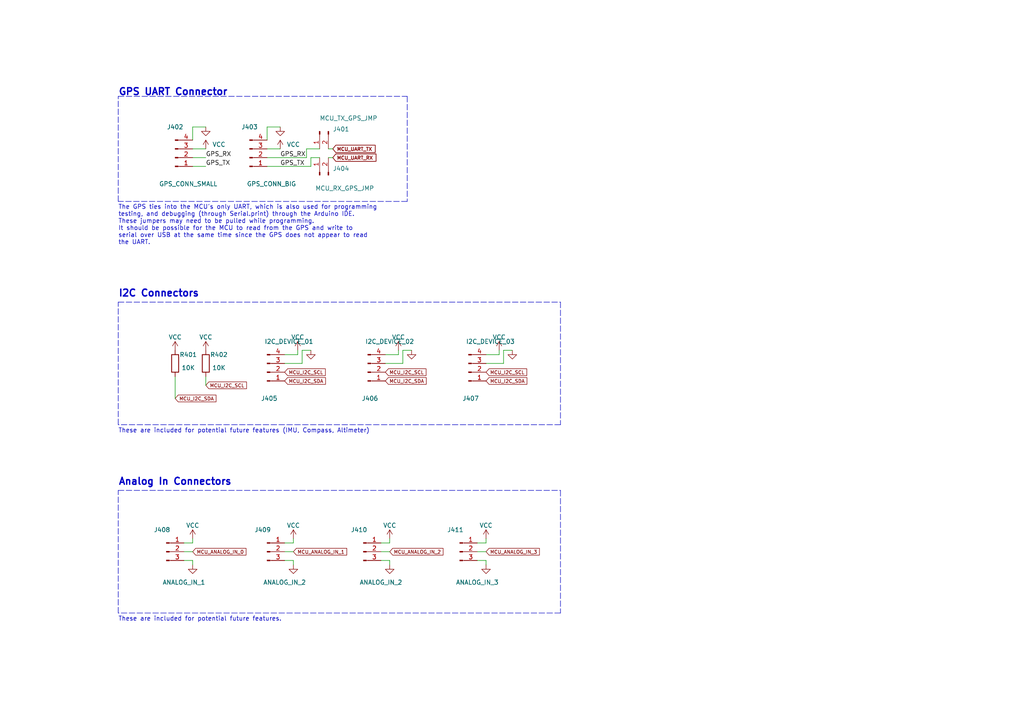
<source format=kicad_sch>
(kicad_sch (version 20211123) (generator eeschema)
  (paper "A4")
  (lib_symbols
    (symbol "Connector:Conn_01x02_Male" (pin_names (offset 1.016) hide)
      (property "Reference" "J" (at 0 2.54 0))
      (property "Value" "Conn_01x02_Male" (at 0 -5.08 0))
      (symbol "Conn_01x02_Male_1_1"
        (polyline (pts (xy 1.27 -2.54) (xy 0.8636 -2.54)) (stroke (width 0.1524)))
        (polyline (pts (xy 1.27 0) (xy 0.8636 0)) (stroke (width 0.1524)))
        (rectangle (start 0.8636 -2.413) (end 0 -2.667) (stroke (width 0.1524)) (fill (type outline)))
        (rectangle (start 0.8636 0.127) (end 0 -0.127) (stroke (width 0.1524)) (fill (type outline)))
        (pin passive line (at 5.08 0 180) (length 3.81) (name "Pin_1") (number "1"))
        (pin passive line (at 5.08 -2.54 180) (length 3.81) (name "Pin_2") (number "2"))
      )
    )
    (symbol "Connector:Conn_01x03_Male" (pin_names (offset 1.016) hide)
      (property "Reference" "J" (at 0 5.08 0))
      (property "Value" "Conn_01x03_Male" (at 0 -5.08 0))
      (symbol "Conn_01x03_Male_1_1"
        (polyline (pts (xy 1.27 -2.54) (xy 0.8636 -2.54)) (stroke (width 0.1524)))
        (polyline (pts (xy 1.27 0) (xy 0.8636 0)) (stroke (width 0.1524)))
        (polyline (pts (xy 1.27 2.54) (xy 0.8636 2.54)) (stroke (width 0.1524)))
        (rectangle (start 0.8636 -2.413) (end 0 -2.667) (stroke (width 0.1524)) (fill (type outline)))
        (rectangle (start 0.8636 0.127) (end 0 -0.127) (stroke (width 0.1524)) (fill (type outline)))
        (rectangle (start 0.8636 2.667) (end 0 2.413) (stroke (width 0.1524)) (fill (type outline)))
        (pin passive line (at 5.08 2.54 180) (length 3.81) (name "Pin_1") (number "1"))
        (pin passive line (at 5.08 0 180) (length 3.81) (name "Pin_2") (number "2"))
        (pin passive line (at 5.08 -2.54 180) (length 3.81) (name "Pin_3") (number "3"))
      )
    )
    (symbol "Connector:Conn_01x04_Male" (pin_names (offset 1.016) hide)
      (property "Reference" "J" (at 0 5.08 0))
      (property "Value" "Conn_01x04_Male" (at 0 -7.62 0))
      (symbol "Conn_01x04_Male_1_1"
        (polyline (pts (xy 1.27 -5.08) (xy 0.8636 -5.08)) (stroke (width 0.1524)))
        (polyline (pts (xy 1.27 -2.54) (xy 0.8636 -2.54)) (stroke (width 0.1524)))
        (polyline (pts (xy 1.27 0) (xy 0.8636 0)) (stroke (width 0.1524)))
        (polyline (pts (xy 1.27 2.54) (xy 0.8636 2.54)) (stroke (width 0.1524)))
        (rectangle (start 0.8636 -4.953) (end 0 -5.207) (stroke (width 0.1524)) (fill (type outline)))
        (rectangle (start 0.8636 -2.413) (end 0 -2.667) (stroke (width 0.1524)) (fill (type outline)))
        (rectangle (start 0.8636 0.127) (end 0 -0.127) (stroke (width 0.1524)) (fill (type outline)))
        (rectangle (start 0.8636 2.667) (end 0 2.413) (stroke (width 0.1524)) (fill (type outline)))
        (pin passive line (at 5.08 2.54 180) (length 3.81) (name "Pin_1") (number "1"))
        (pin passive line (at 5.08 0 180) (length 3.81) (name "Pin_2") (number "2"))
        (pin passive line (at 5.08 -2.54 180) (length 3.81) (name "Pin_3") (number "3"))
        (pin passive line (at 5.08 -5.08 180) (length 3.81) (name "Pin_4") (number "4"))
      )
    )
    (symbol "Device:R" (pin_numbers hide) (pin_names (offset 0))
      (property "Reference" "R" (at 2.032 0 90))
      (property "Value" "R" (at 0 0 90))
      (symbol "R_0_1"
        (rectangle (start -1.016 -2.54) (end 1.016 2.54) (stroke (width 0.254)))
      )
      (symbol "R_1_1"
        (pin passive line (at 0 3.81 270) (length 1.27) (name "~") (number "1"))
        (pin passive line (at 0 -3.81 90) (length 1.27) (name "~") (number "2"))
      )
    )
    (symbol "power:GND" (power) (pin_names (offset 0))
      (property "Value" "GND" (at 0 -3.81 0))
      (symbol "GND_0_1"
        (polyline (pts (xy 0 0) (xy 0 -1.27) (xy 1.27 -1.27) (xy 0 -2.54) (xy -1.27 -1.27) (xy 0 -1.27)))
      )
      (symbol "GND_1_1"
        (pin power_in line (at 0 0 270) (length 0) hide (name "GND") (number "1"))
      )
    )
    (symbol "power:VCC" (power) (pin_names (offset 0))
      (property "Value" "VCC" (at 0 3.81 0))
      (symbol "VCC_0_1"
        (polyline (pts (xy -0.762 1.27) (xy 0 2.54)))
        (polyline (pts (xy 0 0) (xy 0 2.54)))
        (polyline (pts (xy 0 2.54) (xy 0.762 1.27)))
      )
      (symbol "VCC_1_1"
        (pin power_in line (at 0 0 90) (length 0) hide (name "VCC") (number "1"))
      )
    )
  )
  (wire (pts (xy 87.63 101.6) (xy 87.63 105.41)))
  (wire (pts (xy 59.69 111.76) (xy 59.69 109.22)))
  (wire (pts (xy 111.76 105.41) (xy 116.84 105.41)))
  (wire (pts (xy 110.49 162.56) (xy 113.03 162.56)))
  (wire (pts (xy 113.03 160.02) (xy 110.49 160.02)))
  (wire (pts (xy 113.03 162.56) (xy 113.03 163.83)))
  (wire (pts (xy 77.47 36.83) (xy 81.28 36.83)))
  (wire (pts (xy 59.69 43.18) (xy 55.88 43.18)))
  (wire (pts (xy 81.28 43.18) (xy 77.47 43.18)))
  (wire (pts (xy 146.05 101.6) (xy 148.59 101.6)))
  (wire (pts (xy 111.76 102.87) (xy 115.57 102.87)))
  (wire (pts (xy 59.69 45.72) (xy 55.88 45.72)))
  (wire (pts (xy 59.69 48.26) (xy 55.88 48.26)))
  (polyline (pts (xy 162.56 142.24) (xy 162.56 177.8)))
  (wire (pts (xy 140.97 102.87) (xy 144.78 102.87)))
  (wire (pts (xy 113.03 157.48) (xy 113.03 156.21)))
  (polyline (pts (xy 34.29 27.94) (xy 118.11 27.94)))
  (polyline (pts (xy 162.56 87.63) (xy 162.56 123.19)))
  (polyline (pts (xy 34.29 142.24) (xy 162.56 142.24)))
  (wire (pts (xy 140.97 157.48) (xy 140.97 156.21)))
  (wire (pts (xy 138.43 157.48) (xy 140.97 157.48)))
  (wire (pts (xy 116.84 101.6) (xy 116.84 105.41)))
  (wire (pts (xy 85.09 160.02) (xy 82.55 160.02)))
  (wire (pts (xy 88.9 45.72) (xy 88.9 43.18)))
  (polyline (pts (xy 118.11 58.42) (xy 34.29 58.42)))
  (wire (pts (xy 95.25 45.72) (xy 96.52 45.72)))
  (wire (pts (xy 140.97 105.41) (xy 146.05 105.41)))
  (wire (pts (xy 77.47 40.64) (xy 77.47 36.83)))
  (polyline (pts (xy 34.29 87.63) (xy 162.56 87.63)))
  (wire (pts (xy 53.34 162.56) (xy 55.88 162.56)))
  (wire (pts (xy 140.97 160.02) (xy 138.43 160.02)))
  (wire (pts (xy 86.36 102.87) (xy 86.36 101.6)))
  (wire (pts (xy 87.63 101.6) (xy 90.17 101.6)))
  (wire (pts (xy 55.88 40.64) (xy 55.88 36.83)))
  (wire (pts (xy 82.55 102.87) (xy 86.36 102.87)))
  (wire (pts (xy 55.88 162.56) (xy 55.88 163.83)))
  (wire (pts (xy 55.88 36.83) (xy 59.69 36.83)))
  (wire (pts (xy 77.47 48.26) (xy 90.17 48.26)))
  (wire (pts (xy 88.9 43.18) (xy 92.71 43.18)))
  (polyline (pts (xy 34.29 177.8) (xy 34.29 142.24)))
  (wire (pts (xy 82.55 162.56) (xy 85.09 162.56)))
  (wire (pts (xy 85.09 162.56) (xy 85.09 163.83)))
  (wire (pts (xy 77.47 45.72) (xy 88.9 45.72)))
  (wire (pts (xy 115.57 102.87) (xy 115.57 101.6)))
  (polyline (pts (xy 162.56 177.8) (xy 34.29 177.8)))
  (wire (pts (xy 53.34 157.48) (xy 55.88 157.48)))
  (wire (pts (xy 55.88 160.02) (xy 53.34 160.02)))
  (wire (pts (xy 82.55 157.48) (xy 85.09 157.48)))
  (wire (pts (xy 90.17 45.72) (xy 92.71 45.72)))
  (wire (pts (xy 116.84 101.6) (xy 119.38 101.6)))
  (polyline (pts (xy 118.11 27.94) (xy 118.11 58.42)))
  (wire (pts (xy 110.49 157.48) (xy 113.03 157.48)))
  (wire (pts (xy 140.97 162.56) (xy 140.97 163.83)))
  (polyline (pts (xy 34.29 123.19) (xy 34.29 87.63)))
  (polyline (pts (xy 162.56 123.19) (xy 34.29 123.19)))
  (wire (pts (xy 85.09 157.48) (xy 85.09 156.21)))
  (wire (pts (xy 138.43 162.56) (xy 140.97 162.56)))
  (wire (pts (xy 95.25 43.18) (xy 96.52 43.18)))
  (wire (pts (xy 146.05 101.6) (xy 146.05 105.41)))
  (wire (pts (xy 90.17 48.26) (xy 90.17 45.72)))
  (wire (pts (xy 50.8 115.57) (xy 50.8 109.22)))
  (polyline (pts (xy 34.29 58.42) (xy 34.29 27.94)))
  (wire (pts (xy 82.55 105.41) (xy 87.63 105.41)))
  (wire (pts (xy 55.88 157.48) (xy 55.88 156.21)))
  (wire (pts (xy 144.78 102.87) (xy 144.78 101.6)))
  (text "The GPS ties into the MCU's only UART, which is also used for programming\ntesting, and debugging (through Serial.print) through the Arduino IDE. \nThese jumpers may need to be pulled while programming. \nIt should be possible for the MCU to read from the GPS and write to \nserial over USB at the same time since the GPS does not appear to read\nthe UART." (at 34.29 71.12 0) (effects (font (size 1.27 1.27)) (justify left bottom)))
  (text "These are included for potential future features (IMU, Compass, Altimeter)" (at 34.29 125.73 0) (effects (font (size 1.27 1.27)) (justify left bottom)))
  (text "GPS UART Connector" (at 34.29 27.94 0) (effects (font (size 2 2) (thickness 0.4) bold) (justify left bottom)))
  (text "These are included for potential future features." (at 34.29 180.34 0) (effects (font (size 1.27 1.27)) (justify left bottom)))
  (text "Analog In Connectors\n" (at 34.29 140.97 0) (effects (font (size 2 2) (thickness 0.4) bold) (justify left bottom)))
  (text "I2C Connectors\n" (at 34.29 86.36 0) (effects (font (size 2 2) (thickness 0.4) bold) (justify left bottom)))
  (label "GPS_RX" (at 81.28 45.72 0))
  (label "GPS_TX" (at 59.69 48.26 0))
  (label "GPS_TX" (at 81.28 48.26 0))
  (label "GPS_RX" (at 59.69 45.72 0))
  (global_label "MCU_I2C_SDA" (shape input) (at 50.8 115.57 0) (effects (font (size 1 1))) (property "Intersheet References" "${INTERSHEET_REFS}" (effects hide)))
  (global_label "MCU_UART_TX" (shape input) (at 96.52 43.18 0) (effects (font (size 1 1) bold)) (property "Intersheet References" "${INTERSHEET_REFS}" (effects hide)))
  (global_label "MCU_I2C_SDA" (shape input) (at 140.97 110.49 0) (effects (font (size 1 1))) (property "Intersheet References" "${INTERSHEET_REFS}" (effects hide)))
  (global_label "MCU_ANALOG_IN_2" (shape input) (at 113.03 160.02 0) (effects (font (size 1 1))) (property "Intersheet References" "${INTERSHEET_REFS}" (effects hide)))
  (global_label "MCU_I2C_SCL" (shape input) (at 82.55 107.95 0) (effects (font (size 1 1))) (property "Intersheet References" "${INTERSHEET_REFS}" (effects hide)))
  (global_label "MCU_I2C_SDA" (shape input) (at 82.55 110.49 0) (effects (font (size 1 1))) (property "Intersheet References" "${INTERSHEET_REFS}" (effects hide)))
  (global_label "MCU_UART_RX" (shape input) (at 96.52 45.72 0) (effects (font (size 1 1) bold)) (property "Intersheet References" "${INTERSHEET_REFS}" (effects hide)))
  (global_label "MCU_I2C_SCL" (shape input) (at 140.97 107.95 0) (effects (font (size 1 1))) (property "Intersheet References" "${INTERSHEET_REFS}" (effects hide)))
  (global_label "MCU_I2C_SCL" (shape input) (at 111.76 107.95 0) (effects (font (size 1 1))) (property "Intersheet References" "${INTERSHEET_REFS}" (effects hide)))
  (global_label "MCU_ANALOG_IN_1" (shape input) (at 85.09 160.02 0) (effects (font (size 1 1))) (property "Intersheet References" "${INTERSHEET_REFS}" (effects hide)))
  (global_label "MCU_ANALOG_IN_0" (shape input) (at 55.88 160.02 0) (effects (font (size 1 1))) (property "Intersheet References" "${INTERSHEET_REFS}" (effects hide)))
  (global_label "MCU_I2C_SDA" (shape input) (at 111.76 110.49 0) (effects (font (size 1 1))) (property "Intersheet References" "${INTERSHEET_REFS}" (effects hide)))
  (global_label "MCU_ANALOG_IN_3" (shape input) (at 140.97 160.02 0) (effects (font (size 1 1))) (property "Intersheet References" "${INTERSHEET_REFS}" (effects hide)))
  (global_label "MCU_I2C_SCL" (shape input) (at 59.69 111.76 0) (effects (font (size 1 1))) (property "Intersheet References" "${INTERSHEET_REFS}" (effects hide)))
  (symbol (lib_id "Connector:Conn_01x02_Male") (at 92.71 38.1 90) (mirror x) (unit 1)
    (property "Reference" "J401" (at 96.52 37.4649 90) (effects (justify right)))
    (property "Value" "MCU_TX_GPS_JMP" (at 92.71 34.29 90) (effects (justify right)))
    (property "Footprint" "Connector_PinSocket_2.54mm:PinSocket_1x02_P2.54mm_Vertical" (effects hide))
  )
  (symbol (lib_id "power:VCC") (at 144.78 101.6 0) (unit 1)
    (property "Reference" "#PWR0411" (effects hide))
    (property "Value" "VCC" (at 144.78 97.79 0))
  )
  (symbol (lib_id "Connector:Conn_01x04_Male") (at 77.47 107.95 0) (mirror x) (unit 1)
    (property "Reference" "J405" (at 78.105 115.57 0))
    (property "Value" "I2C_DEVICE_01" (at 83.82 99.06 0))
    (property "Footprint" "Connector_JST:JST_PH_B4B-PH-K_1x04_P2.00mm_Vertical" (effects hide))
  )
  (symbol (lib_id "power:VCC") (at 140.97 156.21 0) (unit 1)
    (property "Reference" "#PWR0416" (effects hide))
    (property "Value" "VCC" (at 140.97 152.4 0))
  )
  (symbol (lib_id "power:GND") (at 81.28 36.83 0) (unit 1)
    (property "Reference" "#PWR0118" (effects hide))
    (property "Value" "GND" (effects hide))
  )
  (symbol (lib_id "Connector:Conn_01x03_Male") (at 105.41 160.02 0) (unit 1)
    (property "Reference" "J410" (at 104.14 153.67 0))
    (property "Value" "ANALOG_IN_2" (at 110.49 168.91 0))
    (property "Footprint" "Connector_JST:JST_PH_B3B-PH-K_1x03_P2.00mm_Vertical" (effects hide))
  )
  (symbol (lib_id "power:GND") (at 148.59 101.6 0) (unit 1)
    (property "Reference" "#PWR0412" (effects hide))
    (property "Value" "GND" (effects hide))
  )
  (symbol (lib_id "power:VCC") (at 50.8 101.6 0) (unit 1)
    (property "Reference" "#PWR0405" (effects hide))
    (property "Value" "VCC" (at 50.8 97.79 0))
  )
  (symbol (lib_id "power:VCC") (at 113.03 156.21 0) (unit 1)
    (property "Reference" "#PWR0415" (effects hide))
    (property "Value" "VCC" (at 113.03 152.4 0))
  )
  (symbol (lib_id "power:VCC") (at 86.36 101.6 0) (unit 1)
    (property "Reference" "#PWR0407" (effects hide))
    (property "Value" "VCC" (at 86.36 97.79 0))
  )
  (symbol (lib_id "Connector:Conn_01x03_Male") (at 133.35 160.02 0) (unit 1)
    (property "Reference" "J411" (at 132.08 153.67 0))
    (property "Value" "ANALOG_IN_3" (at 138.43 168.91 0))
    (property "Footprint" "Connector_JST:JST_PH_B3B-PH-K_1x03_P2.00mm_Vertical" (effects hide))
  )
  (symbol (lib_id "Connector:Conn_01x03_Male") (at 48.26 160.02 0) (unit 1)
    (property "Reference" "J408" (at 46.99 153.67 0))
    (property "Value" "ANALOG_IN_1" (at 53.34 168.91 0))
    (property "Footprint" "Connector_JST:JST_PH_B3B-PH-K_1x03_P2.00mm_Vertical" (effects hide))
  )
  (symbol (lib_id "power:VCC") (at 81.28 43.18 0) (unit 1)
    (property "Reference" "#PWR0119" (effects hide))
    (property "Value" "VCC" (at 85.09 41.91 0))
  )
  (symbol (lib_id "power:GND") (at 55.88 163.83 0) (unit 1)
    (property "Reference" "#PWR0417" (effects hide))
    (property "Value" "GND" (effects hide))
  )
  (symbol (lib_id "Connector:Conn_01x04_Male") (at 106.68 107.95 0) (mirror x) (unit 1)
    (property "Reference" "J406" (at 107.315 115.57 0))
    (property "Value" "I2C_DEVICE_02" (at 113.03 99.06 0))
    (property "Footprint" "Connector_JST:JST_PH_B4B-PH-K_1x04_P2.00mm_Vertical" (effects hide))
  )
  (symbol (lib_id "power:VCC") (at 59.69 101.6 0) (unit 1)
    (property "Reference" "#PWR0406" (effects hide))
    (property "Value" "VCC" (at 59.69 97.79 0))
  )
  (symbol (lib_id "power:GND") (at 113.03 163.83 0) (unit 1)
    (property "Reference" "#PWR0419" (effects hide))
    (property "Value" "GND" (effects hide))
  )
  (symbol (lib_id "Connector:Conn_01x03_Male") (at 77.47 160.02 0) (unit 1)
    (property "Reference" "J409" (at 76.2 153.67 0))
    (property "Value" "ANALOG_IN_2" (at 82.55 168.91 0))
    (property "Footprint" "Connector_JST:JST_PH_B3B-PH-K_1x03_P2.00mm_Vertical" (effects hide))
  )
  (symbol (lib_id "power:GND") (at 90.17 101.6 0) (unit 1)
    (property "Reference" "#PWR0408" (effects hide))
    (property "Value" "GND" (effects hide))
  )
  (symbol (lib_id "Connector:Conn_01x04_Male") (at 72.39 45.72 0) (mirror x) (unit 1)
    (property "Reference" "J403" (at 72.39 36.83 0))
    (property "Value" "GPS_CONN_BIG" (at 78.74 53.34 0))
    (property "Footprint" "Connector_PinSocket_2.54mm:PinSocket_1x04_P2.54mm_Vertical" (effects hide))
  )
  (symbol (lib_id "power:GND") (at 85.09 163.83 0) (unit 1)
    (property "Reference" "#PWR0418" (effects hide))
    (property "Value" "GND" (effects hide))
  )
  (symbol (lib_id "power:GND") (at 140.97 163.83 0) (unit 1)
    (property "Reference" "#PWR0420" (effects hide))
    (property "Value" "GND" (effects hide))
  )
  (symbol (lib_id "Device:R") (at 50.8 105.41 0) (unit 1)
    (property "Reference" "R401" (at 54.61 102.87 0))
    (property "Value" "10K" (at 54.61 106.68 0))
    (property "Footprint" "Resistor_SMD:R_0805_2012Metric_Pad1.20x1.40mm_HandSolder" (effects hide))
  )
  (symbol (lib_id "Connector:Conn_01x02_Male") (at 92.71 50.8 90) (unit 1)
    (property "Reference" "J404" (at 96.52 48.8949 90) (effects (justify right)))
    (property "Value" "MCU_RX_GPS_JMP" (at 91.44 54.61 90) (effects (justify right)))
    (property "Footprint" "Connector_PinSocket_2.54mm:PinSocket_1x02_P2.54mm_Vertical" (effects hide))
  )
  (symbol (lib_id "power:VCC") (at 55.88 156.21 0) (unit 1)
    (property "Reference" "#PWR0413" (effects hide))
    (property "Value" "VCC" (at 55.88 152.4 0))
  )
  (symbol (lib_id "Connector:Conn_01x04_Male") (at 50.8 45.72 0) (mirror x) (unit 1)
    (property "Reference" "J402" (at 50.8 36.83 0))
    (property "Value" "GPS_CONN_SMALL" (at 54.61 53.34 0))
    (property "Footprint" "Connector:CONN_BM04B-SRSS-TB(LF)(SN)" (effects hide))
  )
  (symbol (lib_id "power:GND") (at 59.69 36.83 0) (unit 1)
    (property "Reference" "#PWR0403" (effects hide))
    (property "Value" "GND" (effects hide))
  )
  (symbol (lib_id "Device:R") (at 59.69 105.41 0) (unit 1)
    (property "Reference" "R402" (at 63.5 102.87 0))
    (property "Value" "10K" (at 63.5 106.68 0))
    (property "Footprint" "Resistor_SMD:R_0805_2012Metric_Pad1.20x1.40mm_HandSolder" (effects hide))
  )
  (symbol (lib_id "power:VCC") (at 115.57 101.6 0) (unit 1)
    (property "Reference" "#PWR0409" (effects hide))
    (property "Value" "VCC" (at 115.57 97.79 0))
  )
  (symbol (lib_id "power:VCC") (at 59.69 43.18 0) (unit 1)
    (property "Reference" "#PWR0401" (effects hide))
    (property "Value" "VCC" (at 63.5 41.91 0))
  )
  (symbol (lib_id "power:GND") (at 119.38 101.6 0) (unit 1)
    (property "Reference" "#PWR0410" (effects hide))
    (property "Value" "GND" (effects hide))
  )
  (symbol (lib_id "Connector:Conn_01x04_Male") (at 135.89 107.95 0) (mirror x) (unit 1)
    (property "Reference" "J407" (at 136.525 115.57 0))
    (property "Value" "I2C_DEVICE_03" (at 142.24 99.06 0))
    (property "Footprint" "Connector_JST:JST_PH_B4B-PH-K_1x04_P2.00mm_Vertical" (effects hide))
  )
  (symbol (lib_id "power:VCC") (at 85.09 156.21 0) (unit 1)
    (property "Reference" "#PWR0414" (effects hide))
    (property "Value" "VCC" (at 85.09 152.4 0))
  )
)
</source>
